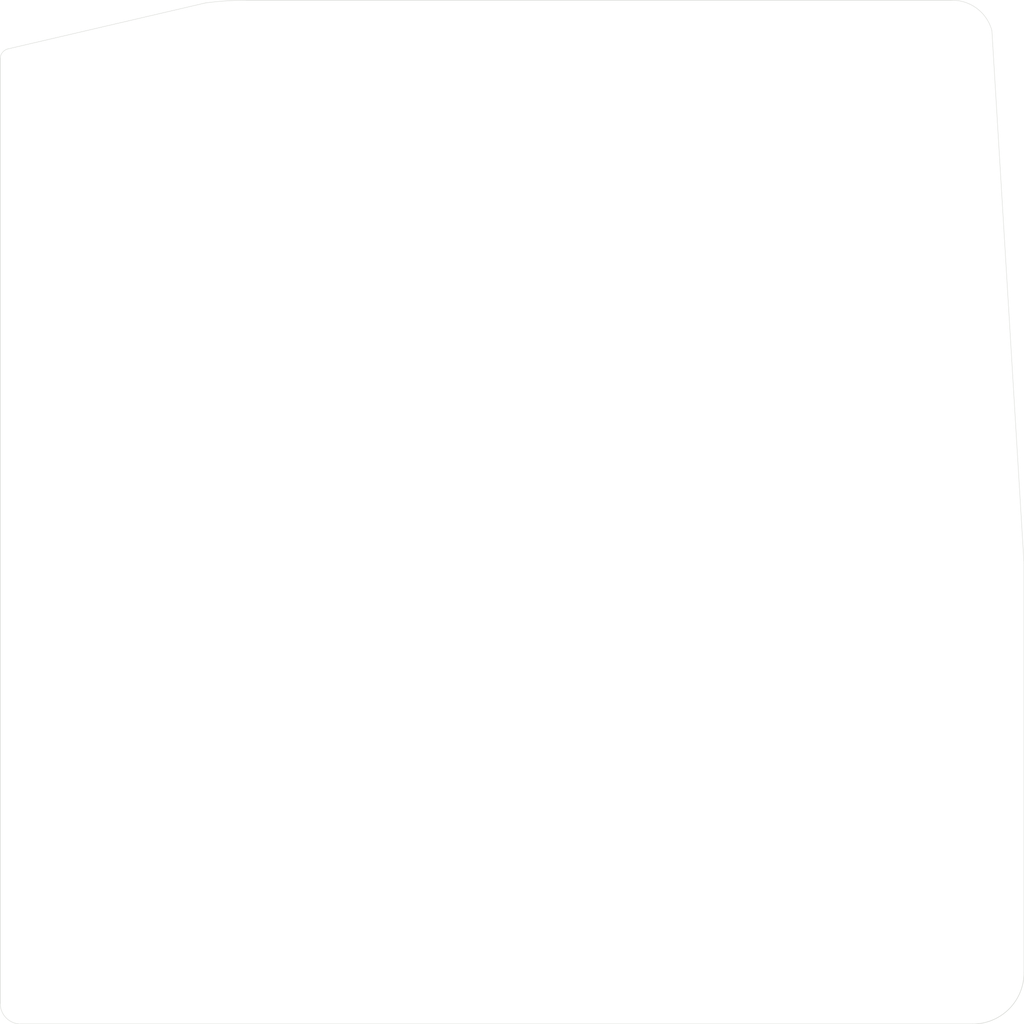
<source format=kicad_pcb>
(kicad_pcb (version 20171130) (host pcbnew "(5.1.8-0-10_14)")

  (general
    (thickness 1.6)
    (drawings 11)
    (tracks 0)
    (zones 0)
    (modules 5)
    (nets 1)
  )

  (page A4)
  (title_block
    (title "Reversible Split Keyboard Half, Bottom Plate")
    (date 2021-02-21)
    (rev 2021.1)
    (company "Richard Goulter")
  )

  (layers
    (0 F.Cu signal)
    (31 B.Cu signal)
    (32 B.Adhes user)
    (33 F.Adhes user)
    (34 B.Paste user)
    (35 F.Paste user)
    (36 B.SilkS user)
    (37 F.SilkS user)
    (38 B.Mask user)
    (39 F.Mask user)
    (40 Dwgs.User user)
    (41 Cmts.User user)
    (42 Eco1.User user)
    (43 Eco2.User user)
    (44 Edge.Cuts user)
    (45 Margin user)
    (46 B.CrtYd user)
    (47 F.CrtYd user)
    (48 B.Fab user)
    (49 F.Fab user)
  )

  (setup
    (last_trace_width 0.25)
    (trace_clearance 0.2)
    (zone_clearance 0.508)
    (zone_45_only no)
    (trace_min 0.2)
    (via_size 0.8)
    (via_drill 0.4)
    (via_min_size 0.6)
    (via_min_drill 0.3)
    (uvia_size 0.3)
    (uvia_drill 0.1)
    (uvias_allowed no)
    (uvia_min_size 0.2)
    (uvia_min_drill 0.1)
    (edge_width 0.0381)
    (segment_width 0.254)
    (pcb_text_width 0.3048)
    (pcb_text_size 1.524 1.524)
    (mod_edge_width 0.1524)
    (mod_text_size 0.8128 0.8128)
    (mod_text_width 0.1524)
    (pad_size 1.7018 1.7018)
    (pad_drill 1.7018)
    (pad_to_mask_clearance 0)
    (solder_mask_min_width 0.12)
    (aux_axis_origin 0 0)
    (visible_elements FFFFFF7F)
    (pcbplotparams
      (layerselection 0x010f0_ffffffff)
      (usegerberextensions false)
      (usegerberattributes true)
      (usegerberadvancedattributes true)
      (creategerberjobfile true)
      (excludeedgelayer true)
      (linewidth 0.100000)
      (plotframeref false)
      (viasonmask false)
      (mode 1)
      (useauxorigin false)
      (hpglpennumber 1)
      (hpglpenspeed 20)
      (hpglpendiameter 15.000000)
      (psnegative false)
      (psa4output false)
      (plotreference true)
      (plotvalue false)
      (plotinvisibletext false)
      (padsonsilk false)
      (subtractmaskfromsilk false)
      (outputformat 1)
      (mirror false)
      (drillshape 0)
      (scaleselection 1)
      (outputdirectory "gerber/keyboard-100x100-minif4-plate_bottom-reversible/"))
  )

  (net 0 "")

  (net_class Default "This is the default net class."
    (clearance 0.2)
    (trace_width 0.25)
    (via_dia 0.8)
    (via_drill 0.4)
    (uvia_dia 0.3)
    (uvia_drill 0.1)
  )

  (net_class Power ""
    (clearance 0.2)
    (trace_width 0.5)
    (via_dia 0.8)
    (via_drill 0.4)
    (uvia_dia 0.3)
    (uvia_drill 0.1)
  )

  (module ProjectLocal:H_M2_Screw_Hole (layer F.Cu) (tedit 60326F8F) (tstamp 6030EFD7)
    (at 157.353 106.934)
    (path /603C55A7)
    (fp_text reference H10 (at 0 0) (layer F.SilkS) hide
      (effects (font (size 1 1) (thickness 0.15)))
    )
    (fp_text value MountingHole (at 0 -0.5) (layer F.Fab)
      (effects (font (size 1 1) (thickness 0.15)))
    )
    (fp_circle (center 0 0) (end 1.2 0) (layer Dwgs.User) (width 0.12))
    (pad "" np_thru_hole circle (at 0 0) (size 2.4 2.4) (drill 2.4) (layers *.Cu *.Mask))
  )

  (module ProjectLocal:H_M2_Screw_Hole (layer F.Cu) (tedit 60326F8F) (tstamp 6030EFD2)
    (at 180.721 128.651)
    (path /603C53A9)
    (fp_text reference H9 (at 0 0) (layer F.SilkS) hide
      (effects (font (size 1 1) (thickness 0.15)))
    )
    (fp_text value MountingHole (at 0 -0.5) (layer F.Fab)
      (effects (font (size 1 1) (thickness 0.15)))
    )
    (fp_circle (center 0 0) (end 1.2 0) (layer Dwgs.User) (width 0.12))
    (pad "" np_thru_hole circle (at 0 0) (size 2.4 2.4) (drill 2.4) (layers *.Cu *.Mask))
  )

  (module ProjectLocal:H_M2_Screw_Hole (layer F.Cu) (tedit 60326F8F) (tstamp 6030EFCD)
    (at 120.574 110.648)
    (path /603C5079)
    (fp_text reference H8 (at 0 0) (layer F.SilkS) hide
      (effects (font (size 1 1) (thickness 0.15)))
    )
    (fp_text value MountingHole (at 0 -0.5) (layer F.Fab)
      (effects (font (size 1 1) (thickness 0.15)))
    )
    (fp_circle (center 0 0) (end 1.2 0) (layer Dwgs.User) (width 0.12))
    (pad "" np_thru_hole circle (at 0 0) (size 2.4 2.4) (drill 2.4) (layers *.Cu *.Mask))
  )

  (module ProjectLocal:H_M2_Screw_Hole (layer F.Cu) (tedit 60326F8F) (tstamp 6030EFC8)
    (at 181.102 71.12)
    (path /603C4D5A)
    (fp_text reference H7 (at 0 0) (layer F.SilkS) hide
      (effects (font (size 1 1) (thickness 0.15)))
    )
    (fp_text value MountingHole (at 0 -0.5) (layer F.Fab)
      (effects (font (size 1 1) (thickness 0.15)))
    )
    (fp_circle (center 0 0) (end 1.2 0) (layer Dwgs.User) (width 0.12))
    (pad "" np_thru_hole circle (at 0 0) (size 2.4 2.4) (drill 2.4) (layers *.Cu *.Mask))
  )

  (module ProjectLocal:H_M2_Screw_Hole (layer F.Cu) (tedit 60326F8F) (tstamp 6030EFC3)
    (at 120.142 72.421)
    (path /603C44C9)
    (fp_text reference H6 (at 0 0) (layer F.SilkS) hide
      (effects (font (size 1 1) (thickness 0.15)))
    )
    (fp_text value MountingHole (at 0 -0.5) (layer F.Fab)
      (effects (font (size 1 1) (thickness 0.15)))
    )
    (fp_circle (center 0 0) (end 1.2 0) (layer Dwgs.User) (width 0.12))
    (pad "" np_thru_hole circle (at 0 0) (size 2.4 2.4) (drill 2.4) (layers *.Cu *.Mask))
  )

  (gr_arc (start 193 54) (end 193 50) (angle 75) (layer Edge.Cuts) (width 0.0381))
  (gr_line (start 200 105) (end 196.863703 52.964724) (layer Edge.Cuts) (width 0.0381))
  (gr_line (start 100.756959 54.75) (end 120.035088 50.263163) (layer Edge.Cuts) (width 0.0381) (tstamp 6032294F))
  (gr_arc (start 101 55.725147) (end 100 55.625246) (angle 70.3) (layer Edge.Cuts) (width 0.0381))
  (gr_arc (start 124 80) (end 124 50) (angle -7.594643369) (layer Edge.Cuts) (width 0.0381))
  (gr_arc (start 102 148) (end 100 148) (angle -90) (layer Edge.Cuts) (width 0.0381))
  (gr_arc (start 195 145) (end 195 150) (angle -90) (layer Edge.Cuts) (width 0.05))
  (gr_line (start 124 50) (end 193 50) (layer Edge.Cuts) (width 0.05))
  (gr_line (start 100 148) (end 100 55.625246) (layer Edge.Cuts) (width 0.05))
  (gr_line (start 102 150) (end 195 150) (layer Edge.Cuts) (width 0.05))
  (gr_line (start 200 105) (end 200 145) (layer Edge.Cuts) (width 0.05))

)

</source>
